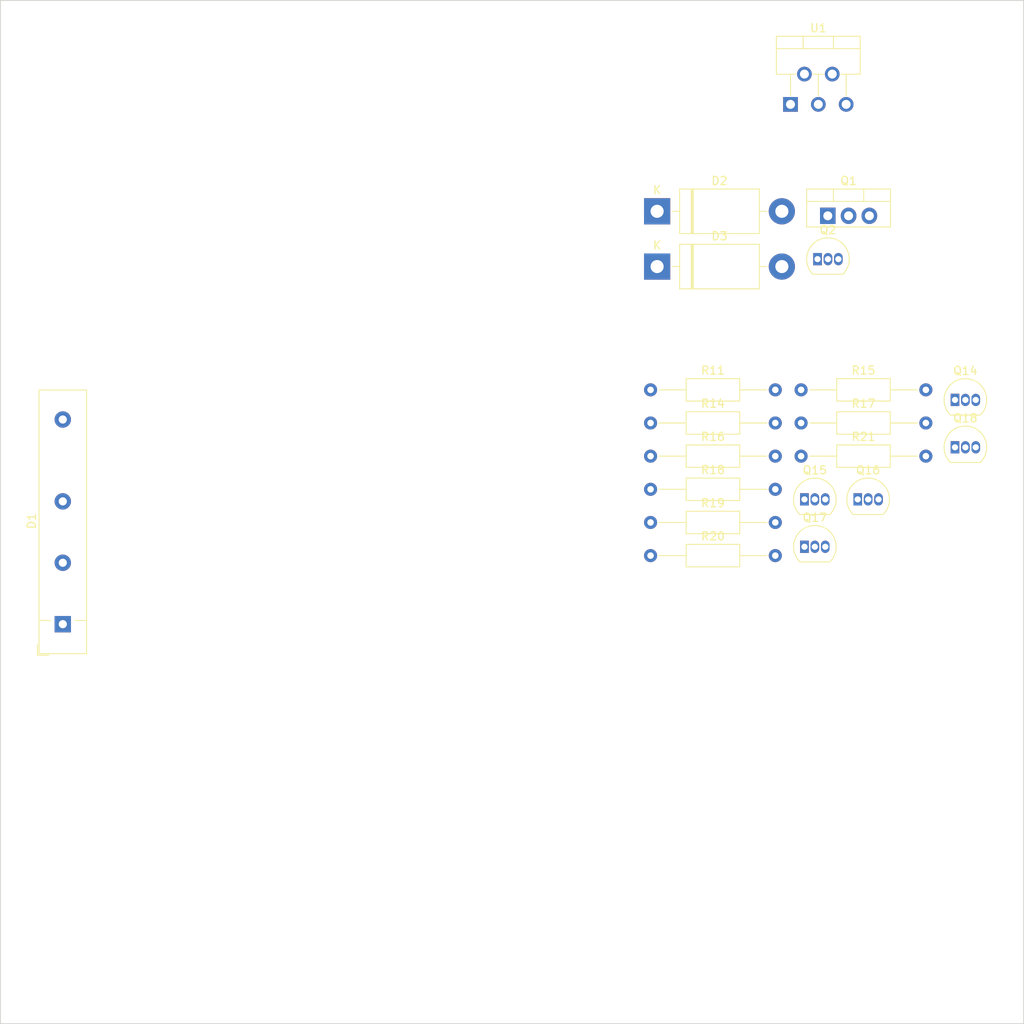
<source format=kicad_pcb>
(kicad_pcb (version 20171130) (host pcbnew 5.1.5)

  (general
    (thickness 1.1)
    (drawings 4)
    (tracks 0)
    (zones 0)
    (modules 20)
    (nets 23)
  )

  (page A4)
  (layers
    (0 F.Cu signal)
    (31 B.Cu signal)
    (36 B.SilkS user)
    (37 F.SilkS user)
    (40 Dwgs.User user hide)
    (41 Cmts.User user hide)
    (42 Eco1.User user hide)
    (43 Eco2.User user hide)
    (44 Edge.Cuts user)
    (45 Margin user hide)
    (46 B.CrtYd user hide)
    (47 F.CrtYd user)
    (48 B.Fab user hide)
    (49 F.Fab user)
  )

  (setup
    (last_trace_width 1.5)
    (trace_clearance 0.2)
    (zone_clearance 0.508)
    (zone_45_only no)
    (trace_min 0.2)
    (via_size 0.8)
    (via_drill 0.4)
    (via_min_size 0.4)
    (via_min_drill 0.3)
    (uvia_size 0.3)
    (uvia_drill 0.1)
    (uvias_allowed no)
    (uvia_min_size 0.2)
    (uvia_min_drill 0.1)
    (edge_width 0.05)
    (segment_width 0.2)
    (pcb_text_width 0.3)
    (pcb_text_size 1.5 1.5)
    (mod_edge_width 1)
    (mod_text_size 1 1)
    (mod_text_width 0.15)
    (pad_size 2.2 2.2)
    (pad_drill 1)
    (pad_to_mask_clearance 0.051)
    (solder_mask_min_width 0.25)
    (aux_axis_origin 0 0)
    (grid_origin 20 20)
    (visible_elements FFF9FF7F)
    (pcbplotparams
      (layerselection 0x010fc_ffffffff)
      (usegerberextensions false)
      (usegerberattributes false)
      (usegerberadvancedattributes false)
      (creategerberjobfile false)
      (excludeedgelayer true)
      (linewidth 0.100000)
      (plotframeref false)
      (viasonmask false)
      (mode 1)
      (useauxorigin false)
      (hpglpennumber 1)
      (hpglpenspeed 20)
      (hpglpendiameter 15.000000)
      (psnegative false)
      (psa4output false)
      (plotreference true)
      (plotvalue true)
      (plotinvisibletext false)
      (padsonsilk false)
      (subtractmaskfromsilk false)
      (outputformat 1)
      (mirror false)
      (drillshape 1)
      (scaleselection 1)
      (outputdirectory ""))
  )

  (net 0 "")
  (net 1 E)
  (net 2 B)
  (net 3 /fan_control/+15V)
  (net 4 /fan_control/multiplier/F+)
  (net 5 /fan_control/multiplier/F-)
  (net 6 C)
  (net 7 "Net-(D1-Pad3)")
  (net 8 GND)
  (net 9 "Net-(C4-Pad1)")
  (net 10 "Net-(Q2-Pad1)")
  (net 11 "Net-(P1-Pad2)")
  (net 12 "Net-(Q14-Pad2)")
  (net 13 "Net-(Q15-Pad2)")
  (net 14 "Net-(Q15-Pad3)")
  (net 15 "Net-(Q16-Pad3)")
  (net 16 "Net-(Q16-Pad2)")
  (net 17 "Net-(Q17-Pad3)")
  (net 18 "Net-(Q17-Pad2)")
  (net 19 "Net-(Q18-Pad2)")
  (net 20 "Net-(Q18-Pad3)")
  (net 21 "Net-(M1-Pad1)")
  (net 22 "Net-(C4-Pad2)")

  (net_class Default "This is the default net class."
    (clearance 0.2)
    (trace_width 1.5)
    (via_dia 0.8)
    (via_drill 0.4)
    (uvia_dia 0.3)
    (uvia_drill 0.1)
    (add_net /fan_control/+15V)
    (add_net /fan_control/multiplier/F+)
    (add_net /fan_control/multiplier/F-)
    (add_net B)
    (add_net C)
    (add_net E)
    (add_net GND)
    (add_net "Net-(C4-Pad1)")
    (add_net "Net-(C4-Pad2)")
    (add_net "Net-(D1-Pad3)")
    (add_net "Net-(M1-Pad1)")
    (add_net "Net-(P1-Pad2)")
    (add_net "Net-(Q14-Pad2)")
    (add_net "Net-(Q15-Pad2)")
    (add_net "Net-(Q15-Pad3)")
    (add_net "Net-(Q16-Pad2)")
    (add_net "Net-(Q16-Pad3)")
    (add_net "Net-(Q17-Pad2)")
    (add_net "Net-(Q17-Pad3)")
    (add_net "Net-(Q18-Pad2)")
    (add_net "Net-(Q18-Pad3)")
    (add_net "Net-(Q2-Pad1)")
  )

  (module Package_TO_SOT_THT:TO-220-5_P3.4x3.7mm_StaggerOdd_Lead3.8mm_Vertical (layer F.Cu) (tedit 5AF05A31) (tstamp 5E4F2351)
    (at 116.52 32.7)
    (descr "TO-220-5, Vertical, RM 1.7mm, Pentawatt, Multiwatt-5, staggered type-1, see http://www.analog.com/media/en/package-pcb-resources/package/pkg_pdf/ltc-legacy-to-220/to-220_5_05-08-1421.pdf?domain=www.linear.com, https://www.diodes.com/assets/Package-Files/TO220-5.pdf")
    (tags "TO-220-5 Vertical RM 1.7mm Pentawatt Multiwatt-5 staggered type-1")
    (path /5E4C8D33)
    (fp_text reference U1 (at 3.4 -9.32) (layer F.SilkS)
      (effects (font (size 1 1) (thickness 0.15)))
    )
    (fp_text value L200 (at 3.4 2.15) (layer F.Fab)
      (effects (font (size 1 1) (thickness 0.15)))
    )
    (fp_text user %R (at 3.4 -9.32) (layer F.Fab)
      (effects (font (size 1 1) (thickness 0.15)))
    )
    (fp_line (start 8.65 -8.45) (end -1.85 -8.45) (layer F.CrtYd) (width 0.05))
    (fp_line (start 8.65 1.15) (end 8.65 -8.45) (layer F.CrtYd) (width 0.05))
    (fp_line (start -1.85 1.15) (end 8.65 1.15) (layer F.CrtYd) (width 0.05))
    (fp_line (start -1.85 -8.45) (end -1.85 1.15) (layer F.CrtYd) (width 0.05))
    (fp_line (start 6.8 -3.679) (end 6.8 -1.065) (layer F.SilkS) (width 0.12))
    (fp_line (start 3.4 -3.679) (end 3.4 -1.065) (layer F.SilkS) (width 0.12))
    (fp_line (start 0 -3.679) (end 0 -1.049) (layer F.SilkS) (width 0.12))
    (fp_line (start 5.25 -8.32) (end 5.25 -6.811) (layer F.SilkS) (width 0.12))
    (fp_line (start 1.55 -8.32) (end 1.55 -6.811) (layer F.SilkS) (width 0.12))
    (fp_line (start -1.721 -6.811) (end 8.52 -6.811) (layer F.SilkS) (width 0.12))
    (fp_line (start 8.52 -8.32) (end 8.52 -3.679) (layer F.SilkS) (width 0.12))
    (fp_line (start -1.721 -8.32) (end -1.721 -3.679) (layer F.SilkS) (width 0.12))
    (fp_line (start 6.165 -3.679) (end 8.52 -3.679) (layer F.SilkS) (width 0.12))
    (fp_line (start 2.765 -3.679) (end 4.035 -3.679) (layer F.SilkS) (width 0.12))
    (fp_line (start -1.721 -3.679) (end 0.635 -3.679) (layer F.SilkS) (width 0.12))
    (fp_line (start -1.721 -8.32) (end 8.52 -8.32) (layer F.SilkS) (width 0.12))
    (fp_line (start 6.8 -3.8) (end 6.8 0) (layer F.Fab) (width 0.1))
    (fp_line (start 5.1 -3.8) (end 5.1 -3.7) (layer F.Fab) (width 0.1))
    (fp_line (start 3.4 -3.8) (end 3.4 0) (layer F.Fab) (width 0.1))
    (fp_line (start 1.7 -3.8) (end 1.7 -3.7) (layer F.Fab) (width 0.1))
    (fp_line (start 0 -3.8) (end 0 0) (layer F.Fab) (width 0.1))
    (fp_line (start 5.25 -8.2) (end 5.25 -6.93) (layer F.Fab) (width 0.1))
    (fp_line (start 1.55 -8.2) (end 1.55 -6.93) (layer F.Fab) (width 0.1))
    (fp_line (start -1.6 -6.93) (end 8.4 -6.93) (layer F.Fab) (width 0.1))
    (fp_line (start 8.4 -8.2) (end -1.6 -8.2) (layer F.Fab) (width 0.1))
    (fp_line (start 8.4 -3.8) (end 8.4 -8.2) (layer F.Fab) (width 0.1))
    (fp_line (start -1.6 -3.8) (end 8.4 -3.8) (layer F.Fab) (width 0.1))
    (fp_line (start -1.6 -8.2) (end -1.6 -3.8) (layer F.Fab) (width 0.1))
    (pad 5 thru_hole oval (at 6.8 0) (size 1.8 1.8) (drill 1.1) (layers *.Cu *.Mask)
      (net 2 B))
    (pad 4 thru_hole oval (at 5.1 -3.7) (size 1.8 1.8) (drill 1.1) (layers *.Cu *.Mask)
      (net 22 "Net-(C4-Pad2)"))
    (pad 3 thru_hole oval (at 3.4 0) (size 1.8 1.8) (drill 1.1) (layers *.Cu *.Mask)
      (net 8 GND))
    (pad 2 thru_hole oval (at 1.7 -3.7) (size 1.8 1.8) (drill 1.1) (layers *.Cu *.Mask)
      (net 10 "Net-(Q2-Pad1)"))
    (pad 1 thru_hole rect (at 0 0) (size 1.8 1.8) (drill 1.1) (layers *.Cu *.Mask)
      (net 6 C))
    (model ${KISYS3DMOD}/Package_TO_SOT_THT.3dshapes/TO-220-5_P3.4x3.7mm_StaggerOdd_Lead3.8mm_Vertical.wrl
      (at (xyz 0 0 0))
      (scale (xyz 1 1 1))
      (rotate (xyz 0 0 0))
    )
  )

  (module Resistor_THT:R_Axial_DIN0207_L6.3mm_D2.5mm_P15.24mm_Horizontal (layer F.Cu) (tedit 5AE5139B) (tstamp 5E4F24E5)
    (at 117.815001 75.675001)
    (descr "Resistor, Axial_DIN0207 series, Axial, Horizontal, pin pitch=15.24mm, 0.25W = 1/4W, length*diameter=6.3*2.5mm^2, http://cdn-reichelt.de/documents/datenblatt/B400/1_4W%23YAG.pdf")
    (tags "Resistor Axial_DIN0207 series Axial Horizontal pin pitch 15.24mm 0.25W = 1/4W length 6.3mm diameter 2.5mm")
    (path /5E5C406E/5E5CE306)
    (fp_text reference R21 (at 7.62 -2.37) (layer F.SilkS)
      (effects (font (size 1 1) (thickness 0.15)))
    )
    (fp_text value 10K (at 7.62 2.37) (layer F.Fab)
      (effects (font (size 1 1) (thickness 0.15)))
    )
    (fp_line (start 4.47 -1.25) (end 4.47 1.25) (layer F.Fab) (width 0.1))
    (fp_line (start 4.47 1.25) (end 10.77 1.25) (layer F.Fab) (width 0.1))
    (fp_line (start 10.77 1.25) (end 10.77 -1.25) (layer F.Fab) (width 0.1))
    (fp_line (start 10.77 -1.25) (end 4.47 -1.25) (layer F.Fab) (width 0.1))
    (fp_line (start 0 0) (end 4.47 0) (layer F.Fab) (width 0.1))
    (fp_line (start 15.24 0) (end 10.77 0) (layer F.Fab) (width 0.1))
    (fp_line (start 4.35 -1.37) (end 4.35 1.37) (layer F.SilkS) (width 0.12))
    (fp_line (start 4.35 1.37) (end 10.89 1.37) (layer F.SilkS) (width 0.12))
    (fp_line (start 10.89 1.37) (end 10.89 -1.37) (layer F.SilkS) (width 0.12))
    (fp_line (start 10.89 -1.37) (end 4.35 -1.37) (layer F.SilkS) (width 0.12))
    (fp_line (start 1.04 0) (end 4.35 0) (layer F.SilkS) (width 0.12))
    (fp_line (start 14.2 0) (end 10.89 0) (layer F.SilkS) (width 0.12))
    (fp_line (start -1.05 -1.5) (end -1.05 1.5) (layer F.CrtYd) (width 0.05))
    (fp_line (start -1.05 1.5) (end 16.29 1.5) (layer F.CrtYd) (width 0.05))
    (fp_line (start 16.29 1.5) (end 16.29 -1.5) (layer F.CrtYd) (width 0.05))
    (fp_line (start 16.29 -1.5) (end -1.05 -1.5) (layer F.CrtYd) (width 0.05))
    (fp_text user %R (at 7.62 0) (layer F.Fab)
      (effects (font (size 1 1) (thickness 0.15)))
    )
    (pad 1 thru_hole circle (at 0 0) (size 1.6 1.6) (drill 0.8) (layers *.Cu *.Mask)
      (net 12 "Net-(Q14-Pad2)"))
    (pad 2 thru_hole oval (at 15.24 0) (size 1.6 1.6) (drill 0.8) (layers *.Cu *.Mask)
      (net 4 /fan_control/multiplier/F+))
    (model ${KISYS3DMOD}/Resistor_THT.3dshapes/R_Axial_DIN0207_L6.3mm_D2.5mm_P15.24mm_Horizontal.wrl
      (at (xyz 0 0 0))
      (scale (xyz 1 1 1))
      (rotate (xyz 0 0 0))
    )
  )

  (module Package_TO_SOT_THT:TO-92_Inline (layer F.Cu) (tedit 5A1DD157) (tstamp 5E4F24D4)
    (at 136.615001 68.805001)
    (descr "TO-92 leads in-line, narrow, oval pads, drill 0.75mm (see NXP sot054_po.pdf)")
    (tags "to-92 sc-43 sc-43a sot54 PA33 transistor")
    (path /5E5C406E/5E5CDDA6)
    (fp_text reference Q14 (at 1.27 -3.56) (layer F.SilkS)
      (effects (font (size 1 1) (thickness 0.15)))
    )
    (fp_text value BC547 (at 1.27 2.79) (layer F.Fab)
      (effects (font (size 1 1) (thickness 0.15)))
    )
    (fp_text user %R (at 1.27 -3.56) (layer F.Fab)
      (effects (font (size 1 1) (thickness 0.15)))
    )
    (fp_line (start -0.53 1.85) (end 3.07 1.85) (layer F.SilkS) (width 0.12))
    (fp_line (start -0.5 1.75) (end 3 1.75) (layer F.Fab) (width 0.1))
    (fp_line (start -1.46 -2.73) (end 4 -2.73) (layer F.CrtYd) (width 0.05))
    (fp_line (start -1.46 -2.73) (end -1.46 2.01) (layer F.CrtYd) (width 0.05))
    (fp_line (start 4 2.01) (end 4 -2.73) (layer F.CrtYd) (width 0.05))
    (fp_line (start 4 2.01) (end -1.46 2.01) (layer F.CrtYd) (width 0.05))
    (fp_arc (start 1.27 0) (end 1.27 -2.48) (angle 135) (layer F.Fab) (width 0.1))
    (fp_arc (start 1.27 0) (end 1.27 -2.6) (angle -135) (layer F.SilkS) (width 0.12))
    (fp_arc (start 1.27 0) (end 1.27 -2.48) (angle -135) (layer F.Fab) (width 0.1))
    (fp_arc (start 1.27 0) (end 1.27 -2.6) (angle 135) (layer F.SilkS) (width 0.12))
    (pad 2 thru_hole oval (at 1.27 0) (size 1.05 1.5) (drill 0.75) (layers *.Cu *.Mask)
      (net 12 "Net-(Q14-Pad2)"))
    (pad 3 thru_hole oval (at 2.54 0) (size 1.05 1.5) (drill 0.75) (layers *.Cu *.Mask)
      (net 5 /fan_control/multiplier/F-))
    (pad 1 thru_hole rect (at 0 0) (size 1.05 1.5) (drill 0.75) (layers *.Cu *.Mask)
      (net 3 /fan_control/+15V))
    (model ${KISYS3DMOD}/Package_TO_SOT_THT.3dshapes/TO-92_Inline.wrl
      (at (xyz 0 0 0))
      (scale (xyz 1 1 1))
      (rotate (xyz 0 0 0))
    )
  )

  (module Package_TO_SOT_THT:TO-92_Inline (layer F.Cu) (tedit 5A1DD157) (tstamp 5E4F24C3)
    (at 118.225001 80.955001)
    (descr "TO-92 leads in-line, narrow, oval pads, drill 0.75mm (see NXP sot054_po.pdf)")
    (tags "to-92 sc-43 sc-43a sot54 PA33 transistor")
    (path /5E5C406E/5E672193)
    (fp_text reference Q15 (at 1.27 -3.56) (layer F.SilkS)
      (effects (font (size 1 1) (thickness 0.15)))
    )
    (fp_text value BC547 (at 1.27 2.79) (layer F.Fab)
      (effects (font (size 1 1) (thickness 0.15)))
    )
    (fp_text user %R (at 1.27 -3.56) (layer F.Fab)
      (effects (font (size 1 1) (thickness 0.15)))
    )
    (fp_line (start -0.53 1.85) (end 3.07 1.85) (layer F.SilkS) (width 0.12))
    (fp_line (start -0.5 1.75) (end 3 1.75) (layer F.Fab) (width 0.1))
    (fp_line (start -1.46 -2.73) (end 4 -2.73) (layer F.CrtYd) (width 0.05))
    (fp_line (start -1.46 -2.73) (end -1.46 2.01) (layer F.CrtYd) (width 0.05))
    (fp_line (start 4 2.01) (end 4 -2.73) (layer F.CrtYd) (width 0.05))
    (fp_line (start 4 2.01) (end -1.46 2.01) (layer F.CrtYd) (width 0.05))
    (fp_arc (start 1.27 0) (end 1.27 -2.48) (angle 135) (layer F.Fab) (width 0.1))
    (fp_arc (start 1.27 0) (end 1.27 -2.6) (angle -135) (layer F.SilkS) (width 0.12))
    (fp_arc (start 1.27 0) (end 1.27 -2.48) (angle -135) (layer F.Fab) (width 0.1))
    (fp_arc (start 1.27 0) (end 1.27 -2.6) (angle 135) (layer F.SilkS) (width 0.12))
    (pad 2 thru_hole oval (at 1.27 0) (size 1.05 1.5) (drill 0.75) (layers *.Cu *.Mask)
      (net 13 "Net-(Q15-Pad2)"))
    (pad 3 thru_hole oval (at 2.54 0) (size 1.05 1.5) (drill 0.75) (layers *.Cu *.Mask)
      (net 14 "Net-(Q15-Pad3)"))
    (pad 1 thru_hole rect (at 0 0) (size 1.05 1.5) (drill 0.75) (layers *.Cu *.Mask)
      (net 3 /fan_control/+15V))
    (model ${KISYS3DMOD}/Package_TO_SOT_THT.3dshapes/TO-92_Inline.wrl
      (at (xyz 0 0 0))
      (scale (xyz 1 1 1))
      (rotate (xyz 0 0 0))
    )
  )

  (module Resistor_THT:R_Axial_DIN0207_L6.3mm_D2.5mm_P15.24mm_Horizontal (layer F.Cu) (tedit 5AE5139B) (tstamp 5E4F24AD)
    (at 99.425001 87.825001)
    (descr "Resistor, Axial_DIN0207 series, Axial, Horizontal, pin pitch=15.24mm, 0.25W = 1/4W, length*diameter=6.3*2.5mm^2, http://cdn-reichelt.de/documents/datenblatt/B400/1_4W%23YAG.pdf")
    (tags "Resistor Axial_DIN0207 series Axial Horizontal pin pitch 15.24mm 0.25W = 1/4W length 6.3mm diameter 2.5mm")
    (path /5E5C406E/5E675193)
    (fp_text reference R20 (at 7.62 -2.37) (layer F.SilkS)
      (effects (font (size 1 1) (thickness 0.15)))
    )
    (fp_text value 22 (at 7.62 2.37) (layer F.Fab)
      (effects (font (size 1 1) (thickness 0.15)))
    )
    (fp_line (start 4.47 -1.25) (end 4.47 1.25) (layer F.Fab) (width 0.1))
    (fp_line (start 4.47 1.25) (end 10.77 1.25) (layer F.Fab) (width 0.1))
    (fp_line (start 10.77 1.25) (end 10.77 -1.25) (layer F.Fab) (width 0.1))
    (fp_line (start 10.77 -1.25) (end 4.47 -1.25) (layer F.Fab) (width 0.1))
    (fp_line (start 0 0) (end 4.47 0) (layer F.Fab) (width 0.1))
    (fp_line (start 15.24 0) (end 10.77 0) (layer F.Fab) (width 0.1))
    (fp_line (start 4.35 -1.37) (end 4.35 1.37) (layer F.SilkS) (width 0.12))
    (fp_line (start 4.35 1.37) (end 10.89 1.37) (layer F.SilkS) (width 0.12))
    (fp_line (start 10.89 1.37) (end 10.89 -1.37) (layer F.SilkS) (width 0.12))
    (fp_line (start 10.89 -1.37) (end 4.35 -1.37) (layer F.SilkS) (width 0.12))
    (fp_line (start 1.04 0) (end 4.35 0) (layer F.SilkS) (width 0.12))
    (fp_line (start 14.2 0) (end 10.89 0) (layer F.SilkS) (width 0.12))
    (fp_line (start -1.05 -1.5) (end -1.05 1.5) (layer F.CrtYd) (width 0.05))
    (fp_line (start -1.05 1.5) (end 16.29 1.5) (layer F.CrtYd) (width 0.05))
    (fp_line (start 16.29 1.5) (end 16.29 -1.5) (layer F.CrtYd) (width 0.05))
    (fp_line (start 16.29 -1.5) (end -1.05 -1.5) (layer F.CrtYd) (width 0.05))
    (fp_text user %R (at 7.62 0) (layer F.Fab)
      (effects (font (size 1 1) (thickness 0.15)))
    )
    (pad 1 thru_hole circle (at 0 0) (size 1.6 1.6) (drill 0.8) (layers *.Cu *.Mask)
      (net 21 "Net-(M1-Pad1)"))
    (pad 2 thru_hole oval (at 15.24 0) (size 1.6 1.6) (drill 0.8) (layers *.Cu *.Mask)
      (net 20 "Net-(Q18-Pad3)"))
    (model ${KISYS3DMOD}/Resistor_THT.3dshapes/R_Axial_DIN0207_L6.3mm_D2.5mm_P15.24mm_Horizontal.wrl
      (at (xyz 0 0 0))
      (scale (xyz 1 1 1))
      (rotate (xyz 0 0 0))
    )
  )

  (module Diode_THT:D_DO-201AD_P15.24mm_Horizontal (layer F.Cu) (tedit 5AE50CD5) (tstamp 5E4F248F)
    (at 100.225001 45.765001)
    (descr "Diode, DO-201AD series, Axial, Horizontal, pin pitch=15.24mm, , length*diameter=9.5*5.2mm^2, , http://www.diodes.com/_files/packages/DO-201AD.pdf")
    (tags "Diode DO-201AD series Axial Horizontal pin pitch 15.24mm  length 9.5mm diameter 5.2mm")
    (path /5E4F1938)
    (fp_text reference D2 (at 7.62 -3.72) (layer F.SilkS)
      (effects (font (size 1 1) (thickness 0.15)))
    )
    (fp_text value 1N5408 (at 7.62 3.72) (layer F.Fab)
      (effects (font (size 1 1) (thickness 0.15)))
    )
    (fp_line (start 2.87 -2.6) (end 2.87 2.6) (layer F.Fab) (width 0.1))
    (fp_line (start 2.87 2.6) (end 12.37 2.6) (layer F.Fab) (width 0.1))
    (fp_line (start 12.37 2.6) (end 12.37 -2.6) (layer F.Fab) (width 0.1))
    (fp_line (start 12.37 -2.6) (end 2.87 -2.6) (layer F.Fab) (width 0.1))
    (fp_line (start 0 0) (end 2.87 0) (layer F.Fab) (width 0.1))
    (fp_line (start 15.24 0) (end 12.37 0) (layer F.Fab) (width 0.1))
    (fp_line (start 4.295 -2.6) (end 4.295 2.6) (layer F.Fab) (width 0.1))
    (fp_line (start 4.395 -2.6) (end 4.395 2.6) (layer F.Fab) (width 0.1))
    (fp_line (start 4.195 -2.6) (end 4.195 2.6) (layer F.Fab) (width 0.1))
    (fp_line (start 2.75 -2.72) (end 2.75 2.72) (layer F.SilkS) (width 0.12))
    (fp_line (start 2.75 2.72) (end 12.49 2.72) (layer F.SilkS) (width 0.12))
    (fp_line (start 12.49 2.72) (end 12.49 -2.72) (layer F.SilkS) (width 0.12))
    (fp_line (start 12.49 -2.72) (end 2.75 -2.72) (layer F.SilkS) (width 0.12))
    (fp_line (start 1.84 0) (end 2.75 0) (layer F.SilkS) (width 0.12))
    (fp_line (start 13.4 0) (end 12.49 0) (layer F.SilkS) (width 0.12))
    (fp_line (start 4.295 -2.72) (end 4.295 2.72) (layer F.SilkS) (width 0.12))
    (fp_line (start 4.415 -2.72) (end 4.415 2.72) (layer F.SilkS) (width 0.12))
    (fp_line (start 4.175 -2.72) (end 4.175 2.72) (layer F.SilkS) (width 0.12))
    (fp_line (start -1.85 -2.85) (end -1.85 2.85) (layer F.CrtYd) (width 0.05))
    (fp_line (start -1.85 2.85) (end 17.09 2.85) (layer F.CrtYd) (width 0.05))
    (fp_line (start 17.09 2.85) (end 17.09 -2.85) (layer F.CrtYd) (width 0.05))
    (fp_line (start 17.09 -2.85) (end -1.85 -2.85) (layer F.CrtYd) (width 0.05))
    (fp_text user %R (at 8.3325 0) (layer F.Fab)
      (effects (font (size 1 1) (thickness 0.15)))
    )
    (fp_text user K (at 0 -2.6) (layer F.Fab)
      (effects (font (size 1 1) (thickness 0.15)))
    )
    (fp_text user K (at 0 -2.6) (layer F.SilkS)
      (effects (font (size 1 1) (thickness 0.15)))
    )
    (pad 1 thru_hole rect (at 0 0) (size 3.2 3.2) (drill 1.6) (layers *.Cu *.Mask)
      (net 6 C))
    (pad 2 thru_hole oval (at 15.24 0) (size 3.2 3.2) (drill 1.6) (layers *.Cu *.Mask)
      (net 1 E))
    (model ${KISYS3DMOD}/Diode_THT.3dshapes/D_DO-201AD_P15.24mm_Horizontal.wrl
      (at (xyz 0 0 0))
      (scale (xyz 1 1 1))
      (rotate (xyz 0 0 0))
    )
  )

  (module Resistor_THT:R_Axial_DIN0207_L6.3mm_D2.5mm_P15.24mm_Horizontal (layer F.Cu) (tedit 5AE5139B) (tstamp 5E4F2479)
    (at 117.815001 71.625001)
    (descr "Resistor, Axial_DIN0207 series, Axial, Horizontal, pin pitch=15.24mm, 0.25W = 1/4W, length*diameter=6.3*2.5mm^2, http://cdn-reichelt.de/documents/datenblatt/B400/1_4W%23YAG.pdf")
    (tags "Resistor Axial_DIN0207 series Axial Horizontal pin pitch 15.24mm 0.25W = 1/4W length 6.3mm diameter 2.5mm")
    (path /5E5C406E/5E67913B)
    (fp_text reference R17 (at 7.62 -2.37) (layer F.SilkS)
      (effects (font (size 1 1) (thickness 0.15)))
    )
    (fp_text value 10K (at 7.62 2.37) (layer F.Fab)
      (effects (font (size 1 1) (thickness 0.15)))
    )
    (fp_text user %R (at 7.62 0) (layer F.Fab)
      (effects (font (size 1 1) (thickness 0.15)))
    )
    (fp_line (start 16.29 -1.5) (end -1.05 -1.5) (layer F.CrtYd) (width 0.05))
    (fp_line (start 16.29 1.5) (end 16.29 -1.5) (layer F.CrtYd) (width 0.05))
    (fp_line (start -1.05 1.5) (end 16.29 1.5) (layer F.CrtYd) (width 0.05))
    (fp_line (start -1.05 -1.5) (end -1.05 1.5) (layer F.CrtYd) (width 0.05))
    (fp_line (start 14.2 0) (end 10.89 0) (layer F.SilkS) (width 0.12))
    (fp_line (start 1.04 0) (end 4.35 0) (layer F.SilkS) (width 0.12))
    (fp_line (start 10.89 -1.37) (end 4.35 -1.37) (layer F.SilkS) (width 0.12))
    (fp_line (start 10.89 1.37) (end 10.89 -1.37) (layer F.SilkS) (width 0.12))
    (fp_line (start 4.35 1.37) (end 10.89 1.37) (layer F.SilkS) (width 0.12))
    (fp_line (start 4.35 -1.37) (end 4.35 1.37) (layer F.SilkS) (width 0.12))
    (fp_line (start 15.24 0) (end 10.77 0) (layer F.Fab) (width 0.1))
    (fp_line (start 0 0) (end 4.47 0) (layer F.Fab) (width 0.1))
    (fp_line (start 10.77 -1.25) (end 4.47 -1.25) (layer F.Fab) (width 0.1))
    (fp_line (start 10.77 1.25) (end 10.77 -1.25) (layer F.Fab) (width 0.1))
    (fp_line (start 4.47 1.25) (end 10.77 1.25) (layer F.Fab) (width 0.1))
    (fp_line (start 4.47 -1.25) (end 4.47 1.25) (layer F.Fab) (width 0.1))
    (pad 2 thru_hole oval (at 15.24 0) (size 1.6 1.6) (drill 0.8) (layers *.Cu *.Mask)
      (net 5 /fan_control/multiplier/F-))
    (pad 1 thru_hole circle (at 0 0) (size 1.6 1.6) (drill 0.8) (layers *.Cu *.Mask)
      (net 18 "Net-(Q17-Pad2)"))
    (model ${KISYS3DMOD}/Resistor_THT.3dshapes/R_Axial_DIN0207_L6.3mm_D2.5mm_P15.24mm_Horizontal.wrl
      (at (xyz 0 0 0))
      (scale (xyz 1 1 1))
      (rotate (xyz 0 0 0))
    )
  )

  (module Package_TO_SOT_THT:TO-92_Inline (layer F.Cu) (tedit 5A1DD157) (tstamp 5E4F2468)
    (at 119.825001 51.605001)
    (descr "TO-92 leads in-line, narrow, oval pads, drill 0.75mm (see NXP sot054_po.pdf)")
    (tags "to-92 sc-43 sc-43a sot54 PA33 transistor")
    (path /5E5A6B21)
    (fp_text reference Q2 (at 1.27 -3.56) (layer F.SilkS)
      (effects (font (size 1 1) (thickness 0.15)))
    )
    (fp_text value BC547 (at 1.27 2.79) (layer F.Fab)
      (effects (font (size 1 1) (thickness 0.15)))
    )
    (fp_arc (start 1.27 0) (end 1.27 -2.6) (angle 135) (layer F.SilkS) (width 0.12))
    (fp_arc (start 1.27 0) (end 1.27 -2.48) (angle -135) (layer F.Fab) (width 0.1))
    (fp_arc (start 1.27 0) (end 1.27 -2.6) (angle -135) (layer F.SilkS) (width 0.12))
    (fp_arc (start 1.27 0) (end 1.27 -2.48) (angle 135) (layer F.Fab) (width 0.1))
    (fp_line (start 4 2.01) (end -1.46 2.01) (layer F.CrtYd) (width 0.05))
    (fp_line (start 4 2.01) (end 4 -2.73) (layer F.CrtYd) (width 0.05))
    (fp_line (start -1.46 -2.73) (end -1.46 2.01) (layer F.CrtYd) (width 0.05))
    (fp_line (start -1.46 -2.73) (end 4 -2.73) (layer F.CrtYd) (width 0.05))
    (fp_line (start -0.5 1.75) (end 3 1.75) (layer F.Fab) (width 0.1))
    (fp_line (start -0.53 1.85) (end 3.07 1.85) (layer F.SilkS) (width 0.12))
    (fp_text user %R (at 1.27 -3.56) (layer F.Fab)
      (effects (font (size 1 1) (thickness 0.15)))
    )
    (pad 1 thru_hole rect (at 0 0) (size 1.05 1.5) (drill 0.75) (layers *.Cu *.Mask)
      (net 10 "Net-(Q2-Pad1)"))
    (pad 3 thru_hole oval (at 2.54 0) (size 1.05 1.5) (drill 0.75) (layers *.Cu *.Mask)
      (net 9 "Net-(C4-Pad1)"))
    (pad 2 thru_hole oval (at 1.27 0) (size 1.05 1.5) (drill 0.75) (layers *.Cu *.Mask)
      (net 11 "Net-(P1-Pad2)"))
    (model ${KISYS3DMOD}/Package_TO_SOT_THT.3dshapes/TO-92_Inline.wrl
      (at (xyz 0 0 0))
      (scale (xyz 1 1 1))
      (rotate (xyz 0 0 0))
    )
  )

  (module Diode_THT:D_DO-201AD_P15.24mm_Horizontal (layer F.Cu) (tedit 5AE50CD5) (tstamp 5E4F244A)
    (at 100.225001 52.515001)
    (descr "Diode, DO-201AD series, Axial, Horizontal, pin pitch=15.24mm, , length*diameter=9.5*5.2mm^2, , http://www.diodes.com/_files/packages/DO-201AD.pdf")
    (tags "Diode DO-201AD series Axial Horizontal pin pitch 15.24mm  length 9.5mm diameter 5.2mm")
    (path /5E4F46F7)
    (fp_text reference D3 (at 7.62 -3.72) (layer F.SilkS)
      (effects (font (size 1 1) (thickness 0.15)))
    )
    (fp_text value 1N5408 (at 7.62 3.72) (layer F.Fab)
      (effects (font (size 1 1) (thickness 0.15)))
    )
    (fp_text user K (at 0 -2.6) (layer F.SilkS)
      (effects (font (size 1 1) (thickness 0.15)))
    )
    (fp_text user K (at 0 -2.6) (layer F.Fab)
      (effects (font (size 1 1) (thickness 0.15)))
    )
    (fp_text user %R (at 8.3325 0) (layer F.Fab)
      (effects (font (size 1 1) (thickness 0.15)))
    )
    (fp_line (start 17.09 -2.85) (end -1.85 -2.85) (layer F.CrtYd) (width 0.05))
    (fp_line (start 17.09 2.85) (end 17.09 -2.85) (layer F.CrtYd) (width 0.05))
    (fp_line (start -1.85 2.85) (end 17.09 2.85) (layer F.CrtYd) (width 0.05))
    (fp_line (start -1.85 -2.85) (end -1.85 2.85) (layer F.CrtYd) (width 0.05))
    (fp_line (start 4.175 -2.72) (end 4.175 2.72) (layer F.SilkS) (width 0.12))
    (fp_line (start 4.415 -2.72) (end 4.415 2.72) (layer F.SilkS) (width 0.12))
    (fp_line (start 4.295 -2.72) (end 4.295 2.72) (layer F.SilkS) (width 0.12))
    (fp_line (start 13.4 0) (end 12.49 0) (layer F.SilkS) (width 0.12))
    (fp_line (start 1.84 0) (end 2.75 0) (layer F.SilkS) (width 0.12))
    (fp_line (start 12.49 -2.72) (end 2.75 -2.72) (layer F.SilkS) (width 0.12))
    (fp_line (start 12.49 2.72) (end 12.49 -2.72) (layer F.SilkS) (width 0.12))
    (fp_line (start 2.75 2.72) (end 12.49 2.72) (layer F.SilkS) (width 0.12))
    (fp_line (start 2.75 -2.72) (end 2.75 2.72) (layer F.SilkS) (width 0.12))
    (fp_line (start 4.195 -2.6) (end 4.195 2.6) (layer F.Fab) (width 0.1))
    (fp_line (start 4.395 -2.6) (end 4.395 2.6) (layer F.Fab) (width 0.1))
    (fp_line (start 4.295 -2.6) (end 4.295 2.6) (layer F.Fab) (width 0.1))
    (fp_line (start 15.24 0) (end 12.37 0) (layer F.Fab) (width 0.1))
    (fp_line (start 0 0) (end 2.87 0) (layer F.Fab) (width 0.1))
    (fp_line (start 12.37 -2.6) (end 2.87 -2.6) (layer F.Fab) (width 0.1))
    (fp_line (start 12.37 2.6) (end 12.37 -2.6) (layer F.Fab) (width 0.1))
    (fp_line (start 2.87 2.6) (end 12.37 2.6) (layer F.Fab) (width 0.1))
    (fp_line (start 2.87 -2.6) (end 2.87 2.6) (layer F.Fab) (width 0.1))
    (pad 2 thru_hole oval (at 15.24 0) (size 3.2 3.2) (drill 1.6) (layers *.Cu *.Mask)
      (net 8 GND))
    (pad 1 thru_hole rect (at 0 0) (size 3.2 3.2) (drill 1.6) (layers *.Cu *.Mask)
      (net 9 "Net-(C4-Pad1)"))
    (model ${KISYS3DMOD}/Diode_THT.3dshapes/D_DO-201AD_P15.24mm_Horizontal.wrl
      (at (xyz 0 0 0))
      (scale (xyz 1 1 1))
      (rotate (xyz 0 0 0))
    )
  )

  (module Resistor_THT:R_Axial_DIN0207_L6.3mm_D2.5mm_P15.24mm_Horizontal (layer F.Cu) (tedit 5AE5139B) (tstamp 5E4F2434)
    (at 99.425001 83.775001)
    (descr "Resistor, Axial_DIN0207 series, Axial, Horizontal, pin pitch=15.24mm, 0.25W = 1/4W, length*diameter=6.3*2.5mm^2, http://cdn-reichelt.de/documents/datenblatt/B400/1_4W%23YAG.pdf")
    (tags "Resistor Axial_DIN0207 series Axial Horizontal pin pitch 15.24mm 0.25W = 1/4W length 6.3mm diameter 2.5mm")
    (path /5E5C406E/5E6792B5)
    (fp_text reference R19 (at 7.62 -2.37) (layer F.SilkS)
      (effects (font (size 1 1) (thickness 0.15)))
    )
    (fp_text value 10K (at 7.62 2.37) (layer F.Fab)
      (effects (font (size 1 1) (thickness 0.15)))
    )
    (fp_line (start 4.47 -1.25) (end 4.47 1.25) (layer F.Fab) (width 0.1))
    (fp_line (start 4.47 1.25) (end 10.77 1.25) (layer F.Fab) (width 0.1))
    (fp_line (start 10.77 1.25) (end 10.77 -1.25) (layer F.Fab) (width 0.1))
    (fp_line (start 10.77 -1.25) (end 4.47 -1.25) (layer F.Fab) (width 0.1))
    (fp_line (start 0 0) (end 4.47 0) (layer F.Fab) (width 0.1))
    (fp_line (start 15.24 0) (end 10.77 0) (layer F.Fab) (width 0.1))
    (fp_line (start 4.35 -1.37) (end 4.35 1.37) (layer F.SilkS) (width 0.12))
    (fp_line (start 4.35 1.37) (end 10.89 1.37) (layer F.SilkS) (width 0.12))
    (fp_line (start 10.89 1.37) (end 10.89 -1.37) (layer F.SilkS) (width 0.12))
    (fp_line (start 10.89 -1.37) (end 4.35 -1.37) (layer F.SilkS) (width 0.12))
    (fp_line (start 1.04 0) (end 4.35 0) (layer F.SilkS) (width 0.12))
    (fp_line (start 14.2 0) (end 10.89 0) (layer F.SilkS) (width 0.12))
    (fp_line (start -1.05 -1.5) (end -1.05 1.5) (layer F.CrtYd) (width 0.05))
    (fp_line (start -1.05 1.5) (end 16.29 1.5) (layer F.CrtYd) (width 0.05))
    (fp_line (start 16.29 1.5) (end 16.29 -1.5) (layer F.CrtYd) (width 0.05))
    (fp_line (start 16.29 -1.5) (end -1.05 -1.5) (layer F.CrtYd) (width 0.05))
    (fp_text user %R (at 7.62 0) (layer F.Fab)
      (effects (font (size 1 1) (thickness 0.15)))
    )
    (pad 1 thru_hole circle (at 0 0) (size 1.6 1.6) (drill 0.8) (layers *.Cu *.Mask)
      (net 19 "Net-(Q18-Pad2)"))
    (pad 2 thru_hole oval (at 15.24 0) (size 1.6 1.6) (drill 0.8) (layers *.Cu *.Mask)
      (net 5 /fan_control/multiplier/F-))
    (model ${KISYS3DMOD}/Resistor_THT.3dshapes/R_Axial_DIN0207_L6.3mm_D2.5mm_P15.24mm_Horizontal.wrl
      (at (xyz 0 0 0))
      (scale (xyz 1 1 1))
      (rotate (xyz 0 0 0))
    )
  )

  (module Resistor_THT:R_Axial_DIN0207_L6.3mm_D2.5mm_P15.24mm_Horizontal (layer F.Cu) (tedit 5AE5139B) (tstamp 5E4F241E)
    (at 99.425001 79.725001)
    (descr "Resistor, Axial_DIN0207 series, Axial, Horizontal, pin pitch=15.24mm, 0.25W = 1/4W, length*diameter=6.3*2.5mm^2, http://cdn-reichelt.de/documents/datenblatt/B400/1_4W%23YAG.pdf")
    (tags "Resistor Axial_DIN0207 series Axial Horizontal pin pitch 15.24mm 0.25W = 1/4W length 6.3mm diameter 2.5mm")
    (path /5E5C406E/5E67500F)
    (fp_text reference R18 (at 7.62 -2.37) (layer F.SilkS)
      (effects (font (size 1 1) (thickness 0.15)))
    )
    (fp_text value 22 (at 7.62 2.37) (layer F.Fab)
      (effects (font (size 1 1) (thickness 0.15)))
    )
    (fp_text user %R (at 7.62 0) (layer F.Fab)
      (effects (font (size 1 1) (thickness 0.15)))
    )
    (fp_line (start 16.29 -1.5) (end -1.05 -1.5) (layer F.CrtYd) (width 0.05))
    (fp_line (start 16.29 1.5) (end 16.29 -1.5) (layer F.CrtYd) (width 0.05))
    (fp_line (start -1.05 1.5) (end 16.29 1.5) (layer F.CrtYd) (width 0.05))
    (fp_line (start -1.05 -1.5) (end -1.05 1.5) (layer F.CrtYd) (width 0.05))
    (fp_line (start 14.2 0) (end 10.89 0) (layer F.SilkS) (width 0.12))
    (fp_line (start 1.04 0) (end 4.35 0) (layer F.SilkS) (width 0.12))
    (fp_line (start 10.89 -1.37) (end 4.35 -1.37) (layer F.SilkS) (width 0.12))
    (fp_line (start 10.89 1.37) (end 10.89 -1.37) (layer F.SilkS) (width 0.12))
    (fp_line (start 4.35 1.37) (end 10.89 1.37) (layer F.SilkS) (width 0.12))
    (fp_line (start 4.35 -1.37) (end 4.35 1.37) (layer F.SilkS) (width 0.12))
    (fp_line (start 15.24 0) (end 10.77 0) (layer F.Fab) (width 0.1))
    (fp_line (start 0 0) (end 4.47 0) (layer F.Fab) (width 0.1))
    (fp_line (start 10.77 -1.25) (end 4.47 -1.25) (layer F.Fab) (width 0.1))
    (fp_line (start 10.77 1.25) (end 10.77 -1.25) (layer F.Fab) (width 0.1))
    (fp_line (start 4.47 1.25) (end 10.77 1.25) (layer F.Fab) (width 0.1))
    (fp_line (start 4.47 -1.25) (end 4.47 1.25) (layer F.Fab) (width 0.1))
    (pad 2 thru_hole oval (at 15.24 0) (size 1.6 1.6) (drill 0.8) (layers *.Cu *.Mask)
      (net 17 "Net-(Q17-Pad3)"))
    (pad 1 thru_hole circle (at 0 0) (size 1.6 1.6) (drill 0.8) (layers *.Cu *.Mask)
      (net 21 "Net-(M1-Pad1)"))
    (model ${KISYS3DMOD}/Resistor_THT.3dshapes/R_Axial_DIN0207_L6.3mm_D2.5mm_P15.24mm_Horizontal.wrl
      (at (xyz 0 0 0))
      (scale (xyz 1 1 1))
      (rotate (xyz 0 0 0))
    )
  )

  (module Package_TO_SOT_THT:TO-92_Inline (layer F.Cu) (tedit 5A1DD157) (tstamp 5E4F240D)
    (at 118.225001 86.745001)
    (descr "TO-92 leads in-line, narrow, oval pads, drill 0.75mm (see NXP sot054_po.pdf)")
    (tags "to-92 sc-43 sc-43a sot54 PA33 transistor")
    (path /5E5C406E/5E673B91)
    (fp_text reference Q17 (at 1.27 -3.56) (layer F.SilkS)
      (effects (font (size 1 1) (thickness 0.15)))
    )
    (fp_text value BC547 (at 1.27 2.79) (layer F.Fab)
      (effects (font (size 1 1) (thickness 0.15)))
    )
    (fp_arc (start 1.27 0) (end 1.27 -2.6) (angle 135) (layer F.SilkS) (width 0.12))
    (fp_arc (start 1.27 0) (end 1.27 -2.48) (angle -135) (layer F.Fab) (width 0.1))
    (fp_arc (start 1.27 0) (end 1.27 -2.6) (angle -135) (layer F.SilkS) (width 0.12))
    (fp_arc (start 1.27 0) (end 1.27 -2.48) (angle 135) (layer F.Fab) (width 0.1))
    (fp_line (start 4 2.01) (end -1.46 2.01) (layer F.CrtYd) (width 0.05))
    (fp_line (start 4 2.01) (end 4 -2.73) (layer F.CrtYd) (width 0.05))
    (fp_line (start -1.46 -2.73) (end -1.46 2.01) (layer F.CrtYd) (width 0.05))
    (fp_line (start -1.46 -2.73) (end 4 -2.73) (layer F.CrtYd) (width 0.05))
    (fp_line (start -0.5 1.75) (end 3 1.75) (layer F.Fab) (width 0.1))
    (fp_line (start -0.53 1.85) (end 3.07 1.85) (layer F.SilkS) (width 0.12))
    (fp_text user %R (at 1.27 -3.56) (layer F.Fab)
      (effects (font (size 1 1) (thickness 0.15)))
    )
    (pad 1 thru_hole rect (at 0 0) (size 1.05 1.5) (drill 0.75) (layers *.Cu *.Mask)
      (net 3 /fan_control/+15V))
    (pad 3 thru_hole oval (at 2.54 0) (size 1.05 1.5) (drill 0.75) (layers *.Cu *.Mask)
      (net 17 "Net-(Q17-Pad3)"))
    (pad 2 thru_hole oval (at 1.27 0) (size 1.05 1.5) (drill 0.75) (layers *.Cu *.Mask)
      (net 18 "Net-(Q17-Pad2)"))
    (model ${KISYS3DMOD}/Package_TO_SOT_THT.3dshapes/TO-92_Inline.wrl
      (at (xyz 0 0 0))
      (scale (xyz 1 1 1))
      (rotate (xyz 0 0 0))
    )
  )

  (module Diode_THT:Diode_Bridge_32.0x5.6x17.0mm_P10.0mm_P7.5mm (layer F.Cu) (tedit 5A50C79D) (tstamp 5E4F23F3)
    (at 27.62 96.2 90)
    (descr "Diotec 32x5.6x17mm rectifier package, 7.5mm/10mm pitch, see https://diotec.com/tl_files/diotec/files/pdf/datasheets/b40c3700.pdf")
    (tags "Diotec rectifier diode bridge")
    (path /5E4DBCC2)
    (fp_text reference D1 (at 12.6 -3.8 270) (layer F.SilkS)
      (effects (font (size 1 1) (thickness 0.15)))
    )
    (fp_text value B80C3700-2200A (at 12.6 4 270) (layer F.Fab)
      (effects (font (size 1 1) (thickness 0.15)))
    )
    (fp_line (start -3.75 3.05) (end -3.75 -3.05) (layer F.CrtYd) (width 0.05))
    (fp_line (start 28.75 3.05) (end -3.75 3.05) (layer F.CrtYd) (width 0.05))
    (fp_line (start 28.75 -3.05) (end 28.75 3.05) (layer F.CrtYd) (width 0.05))
    (fp_line (start -3.75 -3.05) (end 28.75 -3.05) (layer F.CrtYd) (width 0.05))
    (fp_line (start -3.8 -3.1) (end -2.5 -3.1) (layer F.SilkS) (width 0.12))
    (fp_line (start -3.8 -1.7) (end -3.8 -3.1) (layer F.SilkS) (width 0.12))
    (fp_line (start 0.45 2.9) (end 0.45 1.5) (layer F.SilkS) (width 0.12))
    (fp_line (start 0.45 -2.9) (end 0.45 -1.5) (layer F.SilkS) (width 0.12))
    (fp_line (start -3.6 -2.9) (end 28.6 -2.9) (layer F.SilkS) (width 0.12))
    (fp_line (start -3.6 2.9) (end -3.6 -2.9) (layer F.SilkS) (width 0.12))
    (fp_line (start 28.6 2.9) (end -3.6 2.9) (layer F.SilkS) (width 0.12))
    (fp_line (start 28.6 -2.9) (end 28.6 2.9) (layer F.SilkS) (width 0.12))
    (fp_line (start 0.45 -2.8) (end 0.45 2.8) (layer F.Fab) (width 0.12))
    (fp_line (start -3.5 -1.7) (end -3.5 2.8) (layer F.Fab) (width 0.12))
    (fp_line (start -2.5 -2.8) (end -3.5 -1.7) (layer F.Fab) (width 0.12))
    (fp_line (start 28.5 -2.8) (end -2.5 -2.8) (layer F.Fab) (width 0.12))
    (fp_line (start 28.5 2.8) (end 28.5 -2.8) (layer F.Fab) (width 0.12))
    (fp_line (start -3.5 2.8) (end 28.5 2.8) (layer F.Fab) (width 0.12))
    (fp_text user %R (at 12.6 0 270) (layer F.Fab)
      (effects (font (size 1 1) (thickness 0.15)))
    )
    (pad 4 thru_hole circle (at 25 0 90) (size 2 2) (drill 1) (layers *.Cu *.Mask)
      (net 6 C))
    (pad 3 thru_hole circle (at 15 0 90) (size 2 2) (drill 1) (layers *.Cu *.Mask)
      (net 7 "Net-(D1-Pad3)"))
    (pad 2 thru_hole circle (at 7.5 0 90) (size 2 2) (drill 1) (layers *.Cu *.Mask))
    (pad 1 thru_hole rect (at 0 0 90) (size 2 2) (drill 1) (layers *.Cu *.Mask)
      (net 8 GND))
    (model ${KISYS3DMOD}/Diode_THT.3dshapes/Diode_Bridge_32.0x5.6x17.0mm_P10.0mm_P7.5mm.wrl
      (at (xyz 0 0 0))
      (scale (xyz 1 1 1))
      (rotate (xyz 0 0 0))
    )
  )

  (module Package_TO_SOT_THT:TO-92_Inline (layer F.Cu) (tedit 5A1DD157) (tstamp 5E4F23E2)
    (at 124.735001 80.955001)
    (descr "TO-92 leads in-line, narrow, oval pads, drill 0.75mm (see NXP sot054_po.pdf)")
    (tags "to-92 sc-43 sc-43a sot54 PA33 transistor")
    (path /5E5C406E/5E6737FD)
    (fp_text reference Q16 (at 1.27 -3.56) (layer F.SilkS)
      (effects (font (size 1 1) (thickness 0.15)))
    )
    (fp_text value BC547 (at 1.27 2.79) (layer F.Fab)
      (effects (font (size 1 1) (thickness 0.15)))
    )
    (fp_arc (start 1.27 0) (end 1.27 -2.6) (angle 135) (layer F.SilkS) (width 0.12))
    (fp_arc (start 1.27 0) (end 1.27 -2.48) (angle -135) (layer F.Fab) (width 0.1))
    (fp_arc (start 1.27 0) (end 1.27 -2.6) (angle -135) (layer F.SilkS) (width 0.12))
    (fp_arc (start 1.27 0) (end 1.27 -2.48) (angle 135) (layer F.Fab) (width 0.1))
    (fp_line (start 4 2.01) (end -1.46 2.01) (layer F.CrtYd) (width 0.05))
    (fp_line (start 4 2.01) (end 4 -2.73) (layer F.CrtYd) (width 0.05))
    (fp_line (start -1.46 -2.73) (end -1.46 2.01) (layer F.CrtYd) (width 0.05))
    (fp_line (start -1.46 -2.73) (end 4 -2.73) (layer F.CrtYd) (width 0.05))
    (fp_line (start -0.5 1.75) (end 3 1.75) (layer F.Fab) (width 0.1))
    (fp_line (start -0.53 1.85) (end 3.07 1.85) (layer F.SilkS) (width 0.12))
    (fp_text user %R (at 1.27 -3.56) (layer F.Fab)
      (effects (font (size 1 1) (thickness 0.15)))
    )
    (pad 1 thru_hole rect (at 0 0) (size 1.05 1.5) (drill 0.75) (layers *.Cu *.Mask)
      (net 3 /fan_control/+15V))
    (pad 3 thru_hole oval (at 2.54 0) (size 1.05 1.5) (drill 0.75) (layers *.Cu *.Mask)
      (net 15 "Net-(Q16-Pad3)"))
    (pad 2 thru_hole oval (at 1.27 0) (size 1.05 1.5) (drill 0.75) (layers *.Cu *.Mask)
      (net 16 "Net-(Q16-Pad2)"))
    (model ${KISYS3DMOD}/Package_TO_SOT_THT.3dshapes/TO-92_Inline.wrl
      (at (xyz 0 0 0))
      (scale (xyz 1 1 1))
      (rotate (xyz 0 0 0))
    )
  )

  (module Package_TO_SOT_THT:TO-220-3_Vertical (layer F.Cu) (tedit 5AC8BA0D) (tstamp 5E4F23C9)
    (at 121.075001 46.315001)
    (descr "TO-220-3, Vertical, RM 2.54mm, see https://www.vishay.com/docs/66542/to-220-1.pdf")
    (tags "TO-220-3 Vertical RM 2.54mm")
    (path /5E4C84E1)
    (fp_text reference Q1 (at 2.54 -4.27) (layer F.SilkS)
      (effects (font (size 1 1) (thickness 0.15)))
    )
    (fp_text value BUT11A (at 2.54 2.5) (layer F.Fab)
      (effects (font (size 1 1) (thickness 0.15)))
    )
    (fp_line (start -2.46 -3.15) (end -2.46 1.25) (layer F.Fab) (width 0.1))
    (fp_line (start -2.46 1.25) (end 7.54 1.25) (layer F.Fab) (width 0.1))
    (fp_line (start 7.54 1.25) (end 7.54 -3.15) (layer F.Fab) (width 0.1))
    (fp_line (start 7.54 -3.15) (end -2.46 -3.15) (layer F.Fab) (width 0.1))
    (fp_line (start -2.46 -1.88) (end 7.54 -1.88) (layer F.Fab) (width 0.1))
    (fp_line (start 0.69 -3.15) (end 0.69 -1.88) (layer F.Fab) (width 0.1))
    (fp_line (start 4.39 -3.15) (end 4.39 -1.88) (layer F.Fab) (width 0.1))
    (fp_line (start -2.58 -3.27) (end 7.66 -3.27) (layer F.SilkS) (width 0.12))
    (fp_line (start -2.58 1.371) (end 7.66 1.371) (layer F.SilkS) (width 0.12))
    (fp_line (start -2.58 -3.27) (end -2.58 1.371) (layer F.SilkS) (width 0.12))
    (fp_line (start 7.66 -3.27) (end 7.66 1.371) (layer F.SilkS) (width 0.12))
    (fp_line (start -2.58 -1.76) (end 7.66 -1.76) (layer F.SilkS) (width 0.12))
    (fp_line (start 0.69 -3.27) (end 0.69 -1.76) (layer F.SilkS) (width 0.12))
    (fp_line (start 4.391 -3.27) (end 4.391 -1.76) (layer F.SilkS) (width 0.12))
    (fp_line (start -2.71 -3.4) (end -2.71 1.51) (layer F.CrtYd) (width 0.05))
    (fp_line (start -2.71 1.51) (end 7.79 1.51) (layer F.CrtYd) (width 0.05))
    (fp_line (start 7.79 1.51) (end 7.79 -3.4) (layer F.CrtYd) (width 0.05))
    (fp_line (start 7.79 -3.4) (end -2.71 -3.4) (layer F.CrtYd) (width 0.05))
    (fp_text user %R (at 2.54 -4.27) (layer F.Fab)
      (effects (font (size 1 1) (thickness 0.15)))
    )
    (pad 1 thru_hole rect (at 0 0) (size 1.905 2) (drill 1.1) (layers *.Cu *.Mask)
      (net 2 B))
    (pad 2 thru_hole oval (at 2.54 0) (size 1.905 2) (drill 1.1) (layers *.Cu *.Mask)
      (net 6 C))
    (pad 3 thru_hole oval (at 5.08 0) (size 1.905 2) (drill 1.1) (layers *.Cu *.Mask)
      (net 1 E))
    (model ${KISYS3DMOD}/Package_TO_SOT_THT.3dshapes/TO-220-3_Vertical.wrl
      (at (xyz 0 0 0))
      (scale (xyz 1 1 1))
      (rotate (xyz 0 0 0))
    )
  )

  (module Resistor_THT:R_Axial_DIN0207_L6.3mm_D2.5mm_P15.24mm_Horizontal (layer F.Cu) (tedit 5AE5139B) (tstamp 5E4F23B3)
    (at 99.425001 75.675001)
    (descr "Resistor, Axial_DIN0207 series, Axial, Horizontal, pin pitch=15.24mm, 0.25W = 1/4W, length*diameter=6.3*2.5mm^2, http://cdn-reichelt.de/documents/datenblatt/B400/1_4W%23YAG.pdf")
    (tags "Resistor Axial_DIN0207 series Axial Horizontal pin pitch 15.24mm 0.25W = 1/4W length 6.3mm diameter 2.5mm")
    (path /5E5C406E/5E674E47)
    (fp_text reference R16 (at 7.62 -2.37) (layer F.SilkS)
      (effects (font (size 1 1) (thickness 0.15)))
    )
    (fp_text value 22 (at 7.62 2.37) (layer F.Fab)
      (effects (font (size 1 1) (thickness 0.15)))
    )
    (fp_line (start 4.47 -1.25) (end 4.47 1.25) (layer F.Fab) (width 0.1))
    (fp_line (start 4.47 1.25) (end 10.77 1.25) (layer F.Fab) (width 0.1))
    (fp_line (start 10.77 1.25) (end 10.77 -1.25) (layer F.Fab) (width 0.1))
    (fp_line (start 10.77 -1.25) (end 4.47 -1.25) (layer F.Fab) (width 0.1))
    (fp_line (start 0 0) (end 4.47 0) (layer F.Fab) (width 0.1))
    (fp_line (start 15.24 0) (end 10.77 0) (layer F.Fab) (width 0.1))
    (fp_line (start 4.35 -1.37) (end 4.35 1.37) (layer F.SilkS) (width 0.12))
    (fp_line (start 4.35 1.37) (end 10.89 1.37) (layer F.SilkS) (width 0.12))
    (fp_line (start 10.89 1.37) (end 10.89 -1.37) (layer F.SilkS) (width 0.12))
    (fp_line (start 10.89 -1.37) (end 4.35 -1.37) (layer F.SilkS) (width 0.12))
    (fp_line (start 1.04 0) (end 4.35 0) (layer F.SilkS) (width 0.12))
    (fp_line (start 14.2 0) (end 10.89 0) (layer F.SilkS) (width 0.12))
    (fp_line (start -1.05 -1.5) (end -1.05 1.5) (layer F.CrtYd) (width 0.05))
    (fp_line (start -1.05 1.5) (end 16.29 1.5) (layer F.CrtYd) (width 0.05))
    (fp_line (start 16.29 1.5) (end 16.29 -1.5) (layer F.CrtYd) (width 0.05))
    (fp_line (start 16.29 -1.5) (end -1.05 -1.5) (layer F.CrtYd) (width 0.05))
    (fp_text user %R (at 7.62 0) (layer F.Fab)
      (effects (font (size 1 1) (thickness 0.15)))
    )
    (pad 1 thru_hole circle (at 0 0) (size 1.6 1.6) (drill 0.8) (layers *.Cu *.Mask)
      (net 21 "Net-(M1-Pad1)"))
    (pad 2 thru_hole oval (at 15.24 0) (size 1.6 1.6) (drill 0.8) (layers *.Cu *.Mask)
      (net 15 "Net-(Q16-Pad3)"))
    (model ${KISYS3DMOD}/Resistor_THT.3dshapes/R_Axial_DIN0207_L6.3mm_D2.5mm_P15.24mm_Horizontal.wrl
      (at (xyz 0 0 0))
      (scale (xyz 1 1 1))
      (rotate (xyz 0 0 0))
    )
  )

  (module Resistor_THT:R_Axial_DIN0207_L6.3mm_D2.5mm_P15.24mm_Horizontal (layer F.Cu) (tedit 5AE5139B) (tstamp 5E4F239D)
    (at 117.815001 67.575001)
    (descr "Resistor, Axial_DIN0207 series, Axial, Horizontal, pin pitch=15.24mm, 0.25W = 1/4W, length*diameter=6.3*2.5mm^2, http://cdn-reichelt.de/documents/datenblatt/B400/1_4W%23YAG.pdf")
    (tags "Resistor Axial_DIN0207 series Axial Horizontal pin pitch 15.24mm 0.25W = 1/4W length 6.3mm diameter 2.5mm")
    (path /5E5C406E/5E679025)
    (fp_text reference R15 (at 7.62 -2.37) (layer F.SilkS)
      (effects (font (size 1 1) (thickness 0.15)))
    )
    (fp_text value 10K (at 7.62 2.37) (layer F.Fab)
      (effects (font (size 1 1) (thickness 0.15)))
    )
    (fp_line (start 4.47 -1.25) (end 4.47 1.25) (layer F.Fab) (width 0.1))
    (fp_line (start 4.47 1.25) (end 10.77 1.25) (layer F.Fab) (width 0.1))
    (fp_line (start 10.77 1.25) (end 10.77 -1.25) (layer F.Fab) (width 0.1))
    (fp_line (start 10.77 -1.25) (end 4.47 -1.25) (layer F.Fab) (width 0.1))
    (fp_line (start 0 0) (end 4.47 0) (layer F.Fab) (width 0.1))
    (fp_line (start 15.24 0) (end 10.77 0) (layer F.Fab) (width 0.1))
    (fp_line (start 4.35 -1.37) (end 4.35 1.37) (layer F.SilkS) (width 0.12))
    (fp_line (start 4.35 1.37) (end 10.89 1.37) (layer F.SilkS) (width 0.12))
    (fp_line (start 10.89 1.37) (end 10.89 -1.37) (layer F.SilkS) (width 0.12))
    (fp_line (start 10.89 -1.37) (end 4.35 -1.37) (layer F.SilkS) (width 0.12))
    (fp_line (start 1.04 0) (end 4.35 0) (layer F.SilkS) (width 0.12))
    (fp_line (start 14.2 0) (end 10.89 0) (layer F.SilkS) (width 0.12))
    (fp_line (start -1.05 -1.5) (end -1.05 1.5) (layer F.CrtYd) (width 0.05))
    (fp_line (start -1.05 1.5) (end 16.29 1.5) (layer F.CrtYd) (width 0.05))
    (fp_line (start 16.29 1.5) (end 16.29 -1.5) (layer F.CrtYd) (width 0.05))
    (fp_line (start 16.29 -1.5) (end -1.05 -1.5) (layer F.CrtYd) (width 0.05))
    (fp_text user %R (at 7.62 0) (layer F.Fab)
      (effects (font (size 1 1) (thickness 0.15)))
    )
    (pad 1 thru_hole circle (at 0 0) (size 1.6 1.6) (drill 0.8) (layers *.Cu *.Mask)
      (net 16 "Net-(Q16-Pad2)"))
    (pad 2 thru_hole oval (at 15.24 0) (size 1.6 1.6) (drill 0.8) (layers *.Cu *.Mask)
      (net 5 /fan_control/multiplier/F-))
    (model ${KISYS3DMOD}/Resistor_THT.3dshapes/R_Axial_DIN0207_L6.3mm_D2.5mm_P15.24mm_Horizontal.wrl
      (at (xyz 0 0 0))
      (scale (xyz 1 1 1))
      (rotate (xyz 0 0 0))
    )
  )

  (module Resistor_THT:R_Axial_DIN0207_L6.3mm_D2.5mm_P15.24mm_Horizontal (layer F.Cu) (tedit 5AE5139B) (tstamp 5E4F2387)
    (at 99.425001 71.625001)
    (descr "Resistor, Axial_DIN0207 series, Axial, Horizontal, pin pitch=15.24mm, 0.25W = 1/4W, length*diameter=6.3*2.5mm^2, http://cdn-reichelt.de/documents/datenblatt/B400/1_4W%23YAG.pdf")
    (tags "Resistor Axial_DIN0207 series Axial Horizontal pin pitch 15.24mm 0.25W = 1/4W length 6.3mm diameter 2.5mm")
    (path /5E5C406E/5E674B11)
    (fp_text reference R14 (at 7.62 -2.37) (layer F.SilkS)
      (effects (font (size 1 1) (thickness 0.15)))
    )
    (fp_text value 22 (at 7.62 2.37) (layer F.Fab)
      (effects (font (size 1 1) (thickness 0.15)))
    )
    (fp_text user %R (at 7.62 0) (layer F.Fab)
      (effects (font (size 1 1) (thickness 0.15)))
    )
    (fp_line (start 16.29 -1.5) (end -1.05 -1.5) (layer F.CrtYd) (width 0.05))
    (fp_line (start 16.29 1.5) (end 16.29 -1.5) (layer F.CrtYd) (width 0.05))
    (fp_line (start -1.05 1.5) (end 16.29 1.5) (layer F.CrtYd) (width 0.05))
    (fp_line (start -1.05 -1.5) (end -1.05 1.5) (layer F.CrtYd) (width 0.05))
    (fp_line (start 14.2 0) (end 10.89 0) (layer F.SilkS) (width 0.12))
    (fp_line (start 1.04 0) (end 4.35 0) (layer F.SilkS) (width 0.12))
    (fp_line (start 10.89 -1.37) (end 4.35 -1.37) (layer F.SilkS) (width 0.12))
    (fp_line (start 10.89 1.37) (end 10.89 -1.37) (layer F.SilkS) (width 0.12))
    (fp_line (start 4.35 1.37) (end 10.89 1.37) (layer F.SilkS) (width 0.12))
    (fp_line (start 4.35 -1.37) (end 4.35 1.37) (layer F.SilkS) (width 0.12))
    (fp_line (start 15.24 0) (end 10.77 0) (layer F.Fab) (width 0.1))
    (fp_line (start 0 0) (end 4.47 0) (layer F.Fab) (width 0.1))
    (fp_line (start 10.77 -1.25) (end 4.47 -1.25) (layer F.Fab) (width 0.1))
    (fp_line (start 10.77 1.25) (end 10.77 -1.25) (layer F.Fab) (width 0.1))
    (fp_line (start 4.47 1.25) (end 10.77 1.25) (layer F.Fab) (width 0.1))
    (fp_line (start 4.47 -1.25) (end 4.47 1.25) (layer F.Fab) (width 0.1))
    (pad 2 thru_hole oval (at 15.24 0) (size 1.6 1.6) (drill 0.8) (layers *.Cu *.Mask)
      (net 14 "Net-(Q15-Pad3)"))
    (pad 1 thru_hole circle (at 0 0) (size 1.6 1.6) (drill 0.8) (layers *.Cu *.Mask)
      (net 21 "Net-(M1-Pad1)"))
    (model ${KISYS3DMOD}/Resistor_THT.3dshapes/R_Axial_DIN0207_L6.3mm_D2.5mm_P15.24mm_Horizontal.wrl
      (at (xyz 0 0 0))
      (scale (xyz 1 1 1))
      (rotate (xyz 0 0 0))
    )
  )

  (module Package_TO_SOT_THT:TO-92_Inline (layer F.Cu) (tedit 5A1DD157) (tstamp 5E4F2376)
    (at 136.615001 74.595001)
    (descr "TO-92 leads in-line, narrow, oval pads, drill 0.75mm (see NXP sot054_po.pdf)")
    (tags "to-92 sc-43 sc-43a sot54 PA33 transistor")
    (path /5E5C406E/5E673F02)
    (fp_text reference Q18 (at 1.27 -3.56) (layer F.SilkS)
      (effects (font (size 1 1) (thickness 0.15)))
    )
    (fp_text value BC547 (at 1.27 2.79) (layer F.Fab)
      (effects (font (size 1 1) (thickness 0.15)))
    )
    (fp_text user %R (at 1.27 -3.56) (layer F.Fab)
      (effects (font (size 1 1) (thickness 0.15)))
    )
    (fp_line (start -0.53 1.85) (end 3.07 1.85) (layer F.SilkS) (width 0.12))
    (fp_line (start -0.5 1.75) (end 3 1.75) (layer F.Fab) (width 0.1))
    (fp_line (start -1.46 -2.73) (end 4 -2.73) (layer F.CrtYd) (width 0.05))
    (fp_line (start -1.46 -2.73) (end -1.46 2.01) (layer F.CrtYd) (width 0.05))
    (fp_line (start 4 2.01) (end 4 -2.73) (layer F.CrtYd) (width 0.05))
    (fp_line (start 4 2.01) (end -1.46 2.01) (layer F.CrtYd) (width 0.05))
    (fp_arc (start 1.27 0) (end 1.27 -2.48) (angle 135) (layer F.Fab) (width 0.1))
    (fp_arc (start 1.27 0) (end 1.27 -2.6) (angle -135) (layer F.SilkS) (width 0.12))
    (fp_arc (start 1.27 0) (end 1.27 -2.48) (angle -135) (layer F.Fab) (width 0.1))
    (fp_arc (start 1.27 0) (end 1.27 -2.6) (angle 135) (layer F.SilkS) (width 0.12))
    (pad 2 thru_hole oval (at 1.27 0) (size 1.05 1.5) (drill 0.75) (layers *.Cu *.Mask)
      (net 19 "Net-(Q18-Pad2)"))
    (pad 3 thru_hole oval (at 2.54 0) (size 1.05 1.5) (drill 0.75) (layers *.Cu *.Mask)
      (net 20 "Net-(Q18-Pad3)"))
    (pad 1 thru_hole rect (at 0 0) (size 1.05 1.5) (drill 0.75) (layers *.Cu *.Mask)
      (net 3 /fan_control/+15V))
    (model ${KISYS3DMOD}/Package_TO_SOT_THT.3dshapes/TO-92_Inline.wrl
      (at (xyz 0 0 0))
      (scale (xyz 1 1 1))
      (rotate (xyz 0 0 0))
    )
  )

  (module Resistor_THT:R_Axial_DIN0207_L6.3mm_D2.5mm_P15.24mm_Horizontal (layer F.Cu) (tedit 5AE5139B) (tstamp 5E4F233B)
    (at 99.425001 67.575001)
    (descr "Resistor, Axial_DIN0207 series, Axial, Horizontal, pin pitch=15.24mm, 0.25W = 1/4W, length*diameter=6.3*2.5mm^2, http://cdn-reichelt.de/documents/datenblatt/B400/1_4W%23YAG.pdf")
    (tags "Resistor Axial_DIN0207 series Axial Horizontal pin pitch 15.24mm 0.25W = 1/4W length 6.3mm diameter 2.5mm")
    (path /5E5C406E/5E678E2F)
    (fp_text reference R11 (at 7.62 -2.37) (layer F.SilkS)
      (effects (font (size 1 1) (thickness 0.15)))
    )
    (fp_text value 10K (at 7.62 2.37) (layer F.Fab)
      (effects (font (size 1 1) (thickness 0.15)))
    )
    (fp_text user %R (at 7.62 0) (layer F.Fab)
      (effects (font (size 1 1) (thickness 0.15)))
    )
    (fp_line (start 16.29 -1.5) (end -1.05 -1.5) (layer F.CrtYd) (width 0.05))
    (fp_line (start 16.29 1.5) (end 16.29 -1.5) (layer F.CrtYd) (width 0.05))
    (fp_line (start -1.05 1.5) (end 16.29 1.5) (layer F.CrtYd) (width 0.05))
    (fp_line (start -1.05 -1.5) (end -1.05 1.5) (layer F.CrtYd) (width 0.05))
    (fp_line (start 14.2 0) (end 10.89 0) (layer F.SilkS) (width 0.12))
    (fp_line (start 1.04 0) (end 4.35 0) (layer F.SilkS) (width 0.12))
    (fp_line (start 10.89 -1.37) (end 4.35 -1.37) (layer F.SilkS) (width 0.12))
    (fp_line (start 10.89 1.37) (end 10.89 -1.37) (layer F.SilkS) (width 0.12))
    (fp_line (start 4.35 1.37) (end 10.89 1.37) (layer F.SilkS) (width 0.12))
    (fp_line (start 4.35 -1.37) (end 4.35 1.37) (layer F.SilkS) (width 0.12))
    (fp_line (start 15.24 0) (end 10.77 0) (layer F.Fab) (width 0.1))
    (fp_line (start 0 0) (end 4.47 0) (layer F.Fab) (width 0.1))
    (fp_line (start 10.77 -1.25) (end 4.47 -1.25) (layer F.Fab) (width 0.1))
    (fp_line (start 10.77 1.25) (end 10.77 -1.25) (layer F.Fab) (width 0.1))
    (fp_line (start 4.47 1.25) (end 10.77 1.25) (layer F.Fab) (width 0.1))
    (fp_line (start 4.47 -1.25) (end 4.47 1.25) (layer F.Fab) (width 0.1))
    (pad 2 thru_hole oval (at 15.24 0) (size 1.6 1.6) (drill 0.8) (layers *.Cu *.Mask)
      (net 5 /fan_control/multiplier/F-))
    (pad 1 thru_hole circle (at 0 0) (size 1.6 1.6) (drill 0.8) (layers *.Cu *.Mask)
      (net 13 "Net-(Q15-Pad2)"))
    (model ${KISYS3DMOD}/Resistor_THT.3dshapes/R_Axial_DIN0207_L6.3mm_D2.5mm_P15.24mm_Horizontal.wrl
      (at (xyz 0 0 0))
      (scale (xyz 1 1 1))
      (rotate (xyz 0 0 0))
    )
  )

  (gr_line (start 145 145) (end 145 20) (layer Edge.Cuts) (width 0.1))
  (gr_line (start 20 20) (end 145 20) (layer Edge.Cuts) (width 0.1) (tstamp 5E4F286A))
  (gr_line (start 20 20) (end 20 145) (layer Edge.Cuts) (width 0.1))
  (gr_line (start 20 145) (end 145 145) (layer Edge.Cuts) (width 0.1))

)

</source>
